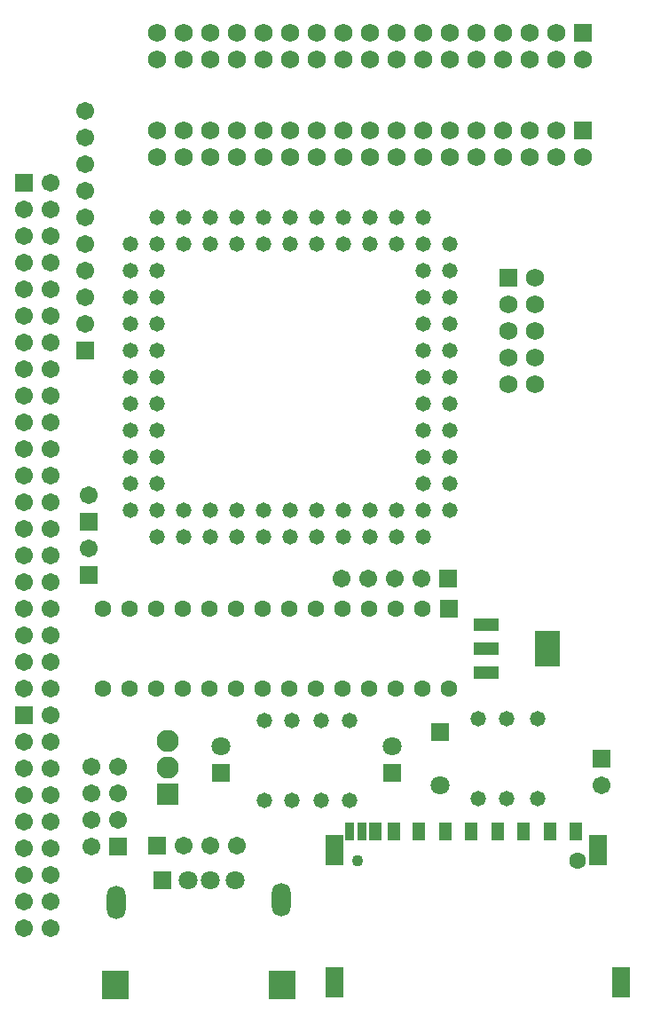
<source format=gbr>
G04 DipTrace 3.0.0.1*
G04 TopMask.gbr*
%MOIN*%
G04 #@! TF.FileFunction,Soldermask,Top*
G04 #@! TF.Part,Single*
%ADD18C,0.062992*%
%ADD39C,0.043307*%
%ADD51R,0.102488X0.110362*%
%ADD53O,0.070992X0.12611*%
%ADD55C,0.070992*%
%ADD57R,0.092646X0.135953*%
%ADD59R,0.092646X0.045402*%
%ADD61C,0.063*%
%ADD63C,0.058*%
%ADD65C,0.058*%
%ADD67C,0.082803*%
%ADD69R,0.082803X0.082803*%
%ADD71R,0.068X0.068*%
%ADD73C,0.068*%
%ADD75R,0.067055X0.118236*%
%ADD77R,0.04737X0.067055*%
%ADD79R,0.035559X0.067055*%
%ADD81C,0.067055*%
%ADD83R,0.067055X0.067055*%
%ADD85C,0.070992*%
%ADD87R,0.070992X0.070992*%
%FSLAX26Y26*%
G04*
G70*
G90*
G75*
G01*
G04 TopMask*
%LPD*%
D87*
X1216769Y1288945D3*
D85*
Y1388945D3*
D87*
X1860000Y1288944D3*
D85*
Y1388944D3*
X2040358Y1241967D3*
D87*
Y1441967D3*
D83*
X2644280Y1344076D3*
D81*
Y1244076D3*
D79*
X1698577Y1069875D3*
X1745861D3*
D77*
X1797016Y1069862D3*
X1863958D3*
X1959417D3*
X2057829Y1069836D3*
X2156268Y1069862D3*
X2254680Y1069875D3*
X2353105D3*
X2451543Y1069862D3*
X2549995Y1069875D3*
D75*
X1643499Y998996D3*
X2631570Y999009D3*
X1643499Y502552D3*
X2718302D3*
D39*
X1728144Y959639D3*
D18*
X2554916D3*
D83*
X476667Y3507314D3*
D81*
X576667D3*
X476667Y3407314D3*
X576667D3*
X476667Y3307314D3*
X576667D3*
X476667Y3207314D3*
X576667D3*
X476667Y3107314D3*
X576667D3*
X476667Y3007314D3*
X576667D3*
X476667Y2907314D3*
X576667D3*
X476667Y2807314D3*
X576667D3*
X476667Y2707314D3*
X576667D3*
X476667Y2607314D3*
X576667D3*
X476667Y2507314D3*
X576667D3*
X476667Y2407314D3*
X576667D3*
X476667Y2307314D3*
X576667D3*
X476667Y2207314D3*
X576667D3*
X476667Y2107314D3*
X576667D3*
X476667Y2007314D3*
X576667D3*
X476667Y1907314D3*
X576667D3*
X476667Y1807314D3*
X576667D3*
X476667Y1707314D3*
X576667D3*
X476667Y1607314D3*
X576667D3*
D83*
X2069037Y2018934D3*
D81*
X1969037D3*
X1869037D3*
X1769037D3*
X1669037D3*
D73*
X1376667Y3602825D3*
Y3702825D3*
X2576667Y3602825D3*
X2476667D3*
X2376667D3*
X2276667D3*
X2176667D3*
X2076667D3*
X1976667D3*
X1876667D3*
X1776667D3*
X1676667D3*
Y3702825D3*
X1776667D3*
X1876667D3*
X1976667D3*
X2076667D3*
X2176667D3*
X2276667D3*
X2376667D3*
X2476667D3*
D71*
X2576667D3*
D73*
X1576667D3*
Y3602825D3*
X1476667Y3702825D3*
Y3602825D3*
X1276667Y3702825D3*
Y3602825D3*
X1176667Y3702825D3*
Y3602825D3*
X1076667Y3702825D3*
Y3602825D3*
X976667Y3702825D3*
Y3602825D3*
X2396693Y2750854D3*
X2296693D3*
Y2850854D3*
X2396693D3*
X2296693Y2950854D3*
X2396693D3*
X2296693Y3050854D3*
X2396693D3*
Y3150854D3*
D71*
X2296693D3*
D83*
X476667Y1507314D3*
D81*
X576667D3*
X476667Y1407314D3*
X576667D3*
X476667Y1307314D3*
X576667D3*
X476667Y1207314D3*
X576667D3*
X476667Y1107314D3*
X576667D3*
X476667Y1007314D3*
X576667D3*
X476667Y907314D3*
X576667D3*
X476667Y807314D3*
X576667D3*
X476667Y707314D3*
X576667D3*
D69*
X1016656Y1211080D3*
D67*
Y1311080D3*
Y1411080D3*
D65*
X2182049Y1492831D3*
D63*
Y1192831D3*
D65*
X1590874Y1486593D3*
D63*
Y1186593D3*
D65*
X1698425Y1487560D3*
D63*
Y1187560D3*
D65*
X2289516Y1493232D3*
D63*
Y1193232D3*
D65*
X1378764Y1485744D3*
D63*
Y1185744D3*
D65*
X1483455Y1485298D3*
D63*
Y1185298D3*
D65*
X2405881Y1492672D3*
D63*
Y1192672D3*
D81*
X706667Y3777314D3*
Y3677314D3*
Y3577314D3*
Y3477314D3*
Y3377314D3*
Y3277314D3*
Y3177314D3*
Y3077314D3*
Y2977314D3*
D83*
Y2877314D3*
D87*
X2071475Y1907313D3*
D61*
X1971475D3*
X1871475D3*
X1771475D3*
X1671475D3*
X1571475D3*
X1471475D3*
X1371475D3*
X1271475D3*
X1171475D3*
X1071475D3*
X971475D3*
X871475D3*
X771475D3*
Y1607313D3*
X871475D3*
X971475D3*
X1071475D3*
X1171475D3*
X1271475D3*
X1371475D3*
X1471475D3*
X1571475D3*
X1671475D3*
X1771475D3*
X1871475D3*
X1971475D3*
X2071475D3*
D65*
X976667Y2177314D3*
X1076667D3*
X1176667D3*
X876667Y2277314D3*
Y2377314D3*
Y2477314D3*
Y2577314D3*
Y2677314D3*
Y2777314D3*
Y2877314D3*
Y2977314D3*
Y3077314D3*
Y3177314D3*
Y3277314D3*
X1176667Y3377314D3*
X1076667D3*
X976667D3*
Y2277314D3*
Y2377314D3*
Y2477314D3*
Y2577314D3*
Y2677314D3*
Y2777314D3*
Y2877314D3*
Y2977314D3*
Y3077314D3*
Y3177314D3*
Y3277314D3*
X1076667D3*
X1176667D3*
Y2277314D3*
X1076667D3*
X1576667Y2177314D3*
D63*
X1476667D3*
D65*
X1376667D3*
X1276667D3*
X1676667D3*
X1776667D3*
X1876667D3*
X1976667D3*
X2076667Y2277314D3*
Y2377314D3*
Y2477314D3*
Y2577314D3*
Y2677314D3*
Y2777314D3*
Y2877314D3*
Y2977314D3*
Y3077314D3*
Y3177314D3*
Y3277314D3*
X1976667Y3377314D3*
X1876667D3*
X1776667D3*
X1676667D3*
X1576667D3*
X1476667D3*
X1376667D3*
X1276667D3*
Y3277314D3*
X1376667D3*
X1476667D3*
X1576667D3*
X1676667D3*
X1776667D3*
X1876667D3*
X1976667D3*
Y3177314D3*
Y3077314D3*
Y2977314D3*
Y2877314D3*
Y2777314D3*
Y2677314D3*
Y2577314D3*
Y2477314D3*
Y2377314D3*
Y2277314D3*
X1876667D3*
X1776667D3*
X1676667D3*
X1576667D3*
X1476667D3*
X1376667D3*
X1276667D3*
D59*
X2212493Y1847865D3*
Y1757314D3*
Y1666762D3*
D57*
X2440840Y1757314D3*
D83*
X973870Y1016382D3*
D81*
X1073870D3*
X1173870D3*
X1273870D3*
D55*
X1269909Y885281D3*
X1174584D3*
X1090824D3*
D87*
X995500D3*
D53*
X823650Y801816D3*
X1441760Y814316D3*
D51*
X819713Y493549D3*
X1445697D3*
D83*
X830146Y1013424D3*
D81*
X730146D3*
X830146Y1113424D3*
X730146D3*
X830146Y1213424D3*
X730146D3*
X830146Y1313424D3*
X730146D3*
D73*
X1374438Y3969949D3*
Y4069949D3*
X2574438Y3969949D3*
X2474438D3*
X2374438D3*
X2274438D3*
X2174438D3*
X2074438D3*
X1974438D3*
X1874438D3*
X1774438D3*
X1674438D3*
Y4069949D3*
X1774438D3*
X1874438D3*
X1974438D3*
X2074438D3*
X2174438D3*
X2274438D3*
X2374438D3*
X2474438D3*
D71*
X2574438D3*
D73*
X1574438D3*
Y3969949D3*
X1474438Y4069949D3*
Y3969949D3*
X1274438Y4069949D3*
Y3969949D3*
X1174438Y4069949D3*
Y3969949D3*
X1074438Y4069949D3*
Y3969949D3*
X974438Y4069949D3*
Y3969949D3*
D83*
X717428Y2232745D3*
D81*
Y2332745D3*
D83*
X718202Y2032892D3*
D81*
Y2132892D3*
M02*

</source>
